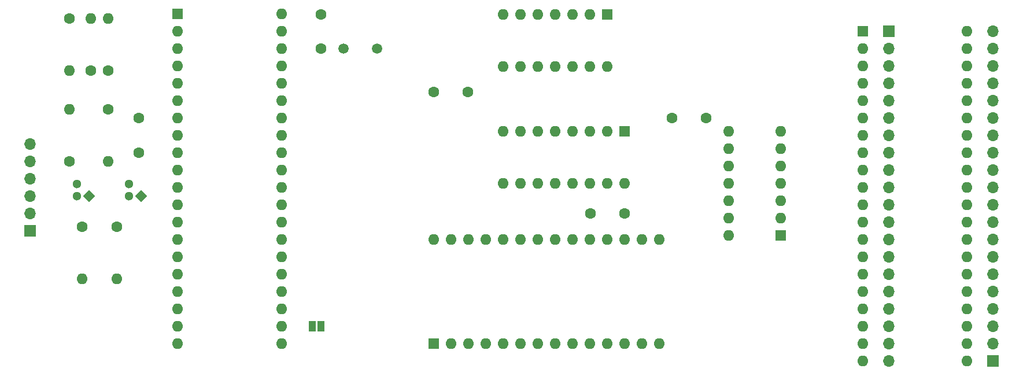
<source format=gbr>
%TF.GenerationSoftware,KiCad,Pcbnew,8.0.5+1*%
%TF.CreationDate,2024-10-09T18:42:43+02:00*%
%TF.ProjectId,QL_PC0084A_keyboard_adapter,514c5f50-4330-4303-9834-415f6b657962,0*%
%TF.SameCoordinates,Original*%
%TF.FileFunction,Soldermask,Top*%
%TF.FilePolarity,Negative*%
%FSLAX46Y46*%
G04 Gerber Fmt 4.6, Leading zero omitted, Abs format (unit mm)*
G04 Created by KiCad (PCBNEW 8.0.5+1) date 2024-10-09 18:42:43*
%MOMM*%
%LPD*%
G01*
G04 APERTURE LIST*
G04 Aperture macros list*
%AMRotRect*
0 Rectangle, with rotation*
0 The origin of the aperture is its center*
0 $1 length*
0 $2 width*
0 $3 Rotation angle, in degrees counterclockwise*
0 Add horizontal line*
21,1,$1,$2,0,0,$3*%
G04 Aperture macros list end*
%ADD10RotRect,1.300000X1.300000X135.000000*%
%ADD11C,1.300000*%
%ADD12R,1.600000X1.600000*%
%ADD13O,1.600000X1.600000*%
%ADD14C,1.600000*%
%ADD15C,1.500000*%
%ADD16R,1.700000X1.700000*%
%ADD17O,1.700000X1.700000*%
%ADD18R,1.000000X1.500000*%
G04 APERTURE END LIST*
D10*
%TO.C,Q1*%
X102595000Y-105410000D03*
D11*
X100798949Y-105410000D03*
X100798949Y-103613949D03*
%TD*%
D10*
%TO.C,Q2*%
X110215000Y-105410000D03*
D11*
X108418949Y-105410000D03*
X108418949Y-103613949D03*
%TD*%
D12*
%TO.C,U2*%
X115570000Y-78740000D03*
D13*
X115570000Y-81280000D03*
X115570000Y-83820000D03*
X115570000Y-86360000D03*
X115570000Y-88900000D03*
X115570000Y-91440000D03*
X115570000Y-93980000D03*
X115570000Y-96520000D03*
X115570000Y-99060000D03*
X115570000Y-101600000D03*
X115570000Y-104140000D03*
X115570000Y-106680000D03*
X115570000Y-109220000D03*
X115570000Y-111760000D03*
X115570000Y-114300000D03*
X115570000Y-116840000D03*
X115570000Y-119380000D03*
X115570000Y-121920000D03*
X115570000Y-124460000D03*
X115570000Y-127000000D03*
X130810000Y-127000000D03*
X130810000Y-124460000D03*
X130810000Y-121920000D03*
X130810000Y-119380000D03*
X130810000Y-116840000D03*
X130810000Y-114300000D03*
X130810000Y-111760000D03*
X130810000Y-109220000D03*
X130810000Y-106680000D03*
X130810000Y-104140000D03*
X130810000Y-101600000D03*
X130810000Y-99060000D03*
X130810000Y-96520000D03*
X130810000Y-93980000D03*
X130810000Y-91440000D03*
X130810000Y-88900000D03*
X130810000Y-86360000D03*
X130810000Y-83820000D03*
X130810000Y-81280000D03*
X130810000Y-78740000D03*
%TD*%
D12*
%TO.C,U8*%
X178440000Y-78750000D03*
D13*
X175900000Y-78750000D03*
X173360000Y-78750000D03*
X170820000Y-78750000D03*
X168280000Y-78750000D03*
X165740000Y-78750000D03*
X163200000Y-78750000D03*
X163200000Y-86370000D03*
X165740000Y-86370000D03*
X168280000Y-86370000D03*
X170820000Y-86370000D03*
X173360000Y-86370000D03*
X175900000Y-86370000D03*
X178440000Y-86370000D03*
%TD*%
D12*
%TO.C,U1*%
X215900000Y-81280000D03*
D13*
X215900000Y-83820000D03*
X215900000Y-86360000D03*
X215900000Y-88900000D03*
X215900000Y-91440000D03*
X215900000Y-93980000D03*
X215900000Y-96520000D03*
X215900000Y-99060000D03*
X215900000Y-101600000D03*
X215900000Y-104140000D03*
X215900000Y-106680000D03*
X215900000Y-109220000D03*
X215900000Y-111760000D03*
X215900000Y-114300000D03*
X215900000Y-116840000D03*
X215900000Y-119380000D03*
X215900000Y-121920000D03*
X215900000Y-124460000D03*
X215900000Y-127000000D03*
X215900000Y-129540000D03*
X231140000Y-129540000D03*
X231140000Y-127000000D03*
X231140000Y-124460000D03*
X231140000Y-121920000D03*
X231140000Y-119380000D03*
X231140000Y-116840000D03*
X231140000Y-114300000D03*
X231140000Y-111760000D03*
X231140000Y-109220000D03*
X231140000Y-106680000D03*
X231140000Y-104140000D03*
X231140000Y-101600000D03*
X231140000Y-99060000D03*
X231140000Y-96520000D03*
X231140000Y-93980000D03*
X231140000Y-91440000D03*
X231140000Y-88900000D03*
X231140000Y-86360000D03*
X231140000Y-83820000D03*
X231140000Y-81280000D03*
%TD*%
D14*
%TO.C,R5*%
X105410000Y-86995000D03*
D13*
X105410000Y-79375000D03*
%TD*%
D14*
%TO.C,C2*%
X136525000Y-83780000D03*
X136525000Y-78780000D03*
%TD*%
D12*
%TO.C,U6*%
X180975000Y-95885000D03*
D13*
X178435000Y-95885000D03*
X175895000Y-95885000D03*
X173355000Y-95885000D03*
X170815000Y-95885000D03*
X168275000Y-95885000D03*
X165735000Y-95885000D03*
X163195000Y-95885000D03*
X163195000Y-103505000D03*
X165735000Y-103505000D03*
X168275000Y-103505000D03*
X170815000Y-103505000D03*
X173355000Y-103505000D03*
X175895000Y-103505000D03*
X178435000Y-103505000D03*
X180975000Y-103505000D03*
%TD*%
D14*
%TO.C,C5*%
X109855000Y-98980000D03*
X109855000Y-93980000D03*
%TD*%
%TO.C,C4*%
X153075000Y-90170000D03*
X158075000Y-90170000D03*
%TD*%
%TO.C,C1*%
X187960000Y-93980000D03*
X192960000Y-93980000D03*
%TD*%
%TO.C,R7*%
X105410000Y-92710000D03*
D13*
X105410000Y-100330000D03*
%TD*%
D14*
%TO.C,C3*%
X180975000Y-107950000D03*
X175975000Y-107950000D03*
%TD*%
D15*
%TO.C,Y1*%
X139880000Y-83790000D03*
X144780000Y-83790000D03*
%TD*%
D14*
%TO.C,R4*%
X102870000Y-86995000D03*
D13*
X102870000Y-79375000D03*
%TD*%
D14*
%TO.C,R1*%
X106680000Y-109855000D03*
D13*
X106680000Y-117475000D03*
%TD*%
D14*
%TO.C,R2*%
X101600000Y-109855000D03*
D13*
X101600000Y-117475000D03*
%TD*%
D14*
%TO.C,R6*%
X99695000Y-100330000D03*
D13*
X99695000Y-92710000D03*
%TD*%
D12*
%TO.C,U7*%
X203825000Y-111125000D03*
D13*
X203825000Y-108585000D03*
X203825000Y-106045000D03*
X203825000Y-103505000D03*
X203825000Y-100965000D03*
X203825000Y-98425000D03*
X203825000Y-95885000D03*
X196205000Y-95885000D03*
X196205000Y-98425000D03*
X196205000Y-100965000D03*
X196205000Y-103505000D03*
X196205000Y-106045000D03*
X196205000Y-108585000D03*
X196205000Y-111125000D03*
%TD*%
D14*
%TO.C,R3*%
X99695000Y-79375000D03*
D13*
X99695000Y-86995000D03*
%TD*%
D12*
%TO.C,U3*%
X153035000Y-127000000D03*
D13*
X155575000Y-127000000D03*
X158115000Y-127000000D03*
X160655000Y-127000000D03*
X163195000Y-127000000D03*
X165735000Y-127000000D03*
X168275000Y-127000000D03*
X170815000Y-127000000D03*
X173355000Y-127000000D03*
X175895000Y-127000000D03*
X178435000Y-127000000D03*
X180975000Y-127000000D03*
X183515000Y-127000000D03*
X186055000Y-127000000D03*
X186055000Y-111760000D03*
X183515000Y-111760000D03*
X180975000Y-111760000D03*
X178435000Y-111760000D03*
X175895000Y-111760000D03*
X173355000Y-111760000D03*
X170815000Y-111760000D03*
X168275000Y-111760000D03*
X165735000Y-111760000D03*
X163195000Y-111760000D03*
X160655000Y-111760000D03*
X158115000Y-111760000D03*
X155575000Y-111760000D03*
X153035000Y-111760000D03*
%TD*%
D16*
%TO.C,J3*%
X93980000Y-110490000D03*
D17*
X93980000Y-107950000D03*
X93980000Y-105410000D03*
X93980000Y-102870000D03*
X93980000Y-100330000D03*
X93980000Y-97790000D03*
%TD*%
D18*
%TO.C,JP1*%
X136555000Y-124460000D03*
X135255000Y-124460000D03*
%TD*%
D16*
%TO.C,J2*%
X234950000Y-129540000D03*
D17*
X234950000Y-127000000D03*
X234950000Y-124460000D03*
X234950000Y-121920000D03*
X234950000Y-119380000D03*
X234950000Y-116840000D03*
X234950000Y-114300000D03*
X234950000Y-111760000D03*
X234950000Y-109220000D03*
X234950000Y-106680000D03*
X234950000Y-104140000D03*
X234950000Y-101600000D03*
X234950000Y-99060000D03*
X234950000Y-96520000D03*
X234950000Y-93980000D03*
X234950000Y-91440000D03*
X234950000Y-88900000D03*
X234950000Y-86360000D03*
X234950000Y-83820000D03*
X234950000Y-81280000D03*
%TD*%
D16*
%TO.C,J1*%
X219710000Y-81280000D03*
D17*
X219710000Y-83820000D03*
X219710000Y-86360000D03*
X219710000Y-88900000D03*
X219710000Y-91440000D03*
X219710000Y-93980000D03*
X219710000Y-96520000D03*
X219710000Y-99060000D03*
X219710000Y-101600000D03*
X219710000Y-104140000D03*
X219710000Y-106680000D03*
X219710000Y-109220000D03*
X219710000Y-111760000D03*
X219710000Y-114300000D03*
X219710000Y-116840000D03*
X219710000Y-119380000D03*
X219710000Y-121920000D03*
X219710000Y-124460000D03*
X219710000Y-127000000D03*
X219710000Y-129540000D03*
%TD*%
M02*

</source>
